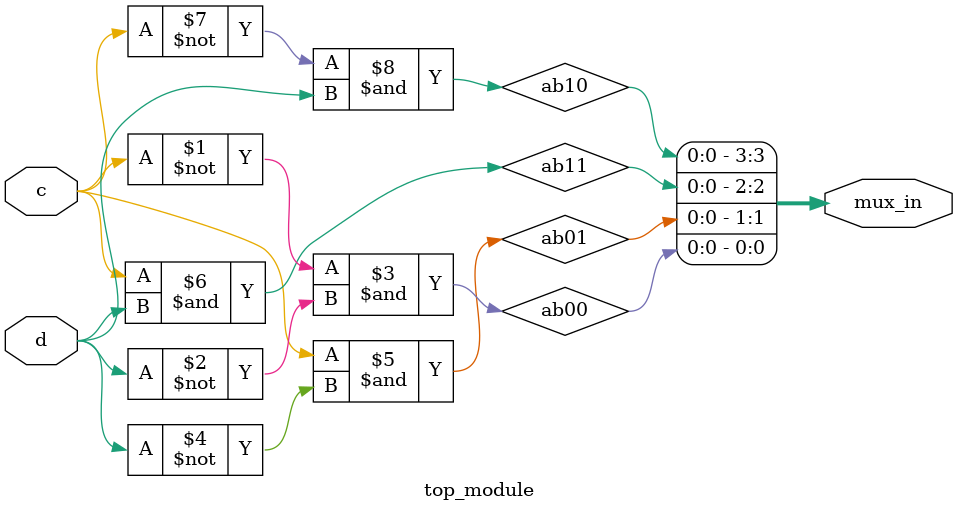
<source format=sv>
module top_module (
	input c,
	input d,
	output [3:0] mux_in
);

wire ab00, ab01, ab11, ab10; // intermediate wires to connect the inputs of the 4-to-1 mux

assign ab00 = ~c & ~d;
assign ab01 = c & ~d;
assign ab11 = c & d;
assign ab10 = ~c & d;

assign mux_in[0] = ab00;
assign mux_in[1] = ab01;
assign mux_in[2] = ab11;
assign mux_in[3] = ab10;

endmodule

</source>
